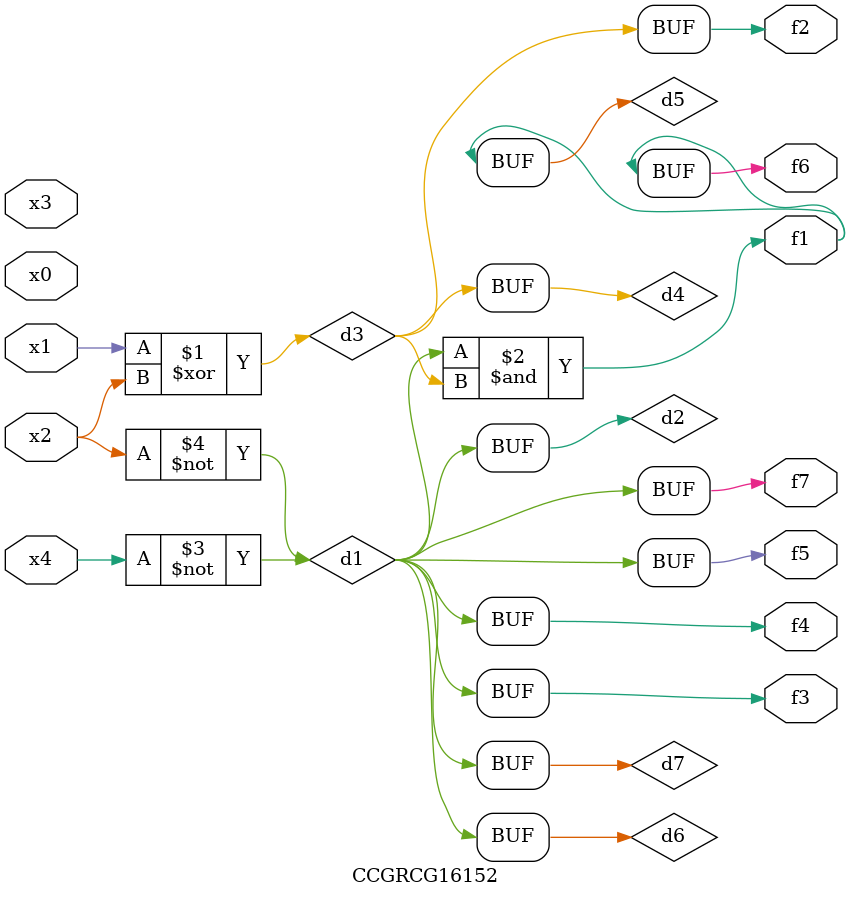
<source format=v>
module CCGRCG16152(
	input x0, x1, x2, x3, x4,
	output f1, f2, f3, f4, f5, f6, f7
);

	wire d1, d2, d3, d4, d5, d6, d7;

	not (d1, x4);
	not (d2, x2);
	xor (d3, x1, x2);
	buf (d4, d3);
	and (d5, d1, d3);
	buf (d6, d1, d2);
	buf (d7, d2);
	assign f1 = d5;
	assign f2 = d4;
	assign f3 = d7;
	assign f4 = d7;
	assign f5 = d7;
	assign f6 = d5;
	assign f7 = d7;
endmodule

</source>
